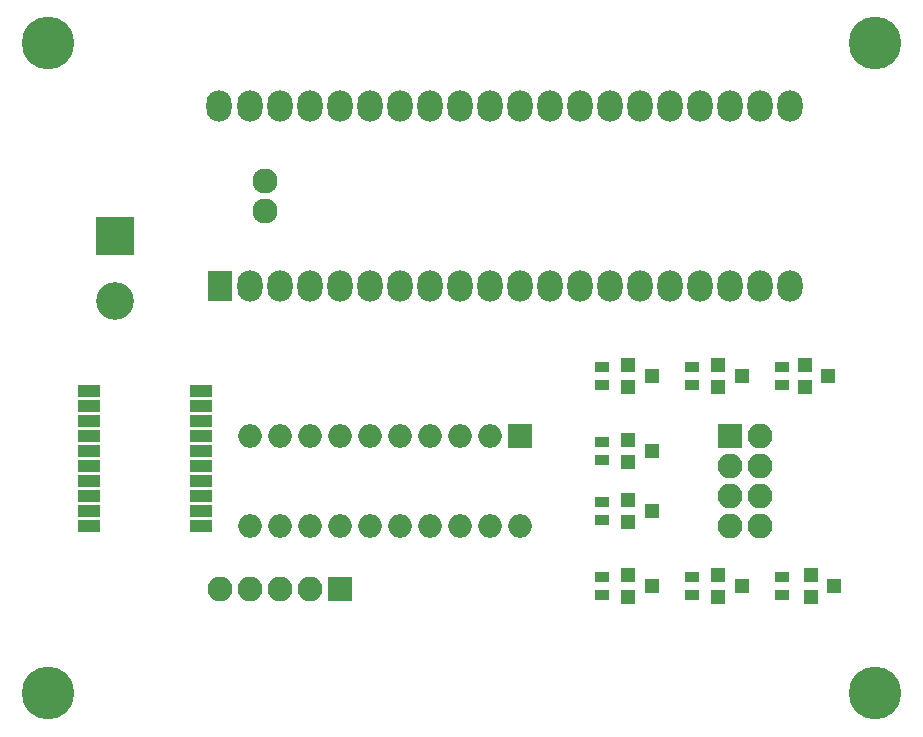
<source format=gbr>
G04 #@! TF.GenerationSoftware,KiCad,Pcbnew,5.0.0*
G04 #@! TF.CreationDate,2018-07-29T15:48:31+02:00*
G04 #@! TF.ProjectId,led_leveldriver,6C65645F6C6576656C6472697665722E,rev?*
G04 #@! TF.SameCoordinates,Original*
G04 #@! TF.FileFunction,Soldermask,Top*
G04 #@! TF.FilePolarity,Negative*
%FSLAX46Y46*%
G04 Gerber Fmt 4.6, Leading zero omitted, Abs format (unit mm)*
G04 Created by KiCad (PCBNEW 5.0.0) date Sun Jul 29 15:48:31 2018*
%MOMM*%
%LPD*%
G01*
G04 APERTURE LIST*
%ADD10C,4.464000*%
%ADD11O,2.100000X2.100000*%
%ADD12R,2.100000X2.100000*%
%ADD13R,2.127200X2.650000*%
%ADD14O,2.127200X2.650000*%
%ADD15O,2.127200X2.127200*%
%ADD16O,2.000000X2.000000*%
%ADD17R,2.000000X2.000000*%
%ADD18C,3.200000*%
%ADD19R,3.200000X3.200000*%
%ADD20R,1.300000X1.200000*%
%ADD21R,1.300000X0.900000*%
%ADD22R,1.900000X1.000000*%
G04 APERTURE END LIST*
D10*
G04 #@! TO.C,REF\002A\002A*
X181734000Y-93820000D03*
G04 #@! TD*
G04 #@! TO.C,REF\002A\002A*
X111734000Y-93820000D03*
G04 #@! TD*
G04 #@! TO.C,REF\002A\002A*
X181734000Y-38820000D03*
G04 #@! TD*
D11*
G04 #@! TO.C,Output*
X126254000Y-85024000D03*
X128794000Y-85024000D03*
X131334000Y-85024000D03*
X133874000Y-85024000D03*
D12*
X136414000Y-85024000D03*
G04 #@! TD*
D13*
G04 #@! TO.C,U2*
X126254000Y-59370000D03*
D14*
X128794000Y-59370000D03*
X131334000Y-59370000D03*
X133874000Y-59370000D03*
X136414000Y-59370000D03*
X138954000Y-59370000D03*
X141494000Y-59370000D03*
X144034000Y-59370000D03*
X146574000Y-59370000D03*
X149114000Y-59370000D03*
X151654000Y-59370000D03*
X154194000Y-59370000D03*
X156734000Y-59370000D03*
X159274000Y-59370000D03*
X161814000Y-59370000D03*
X164354000Y-59370000D03*
X166894000Y-59370000D03*
X169434000Y-59370000D03*
X171974000Y-59370000D03*
X174514000Y-59370000D03*
X174514000Y-44130000D03*
X171974000Y-44130000D03*
X169434000Y-44130000D03*
X166894000Y-44130000D03*
X164354000Y-44130000D03*
X161814000Y-44130000D03*
X159274000Y-44130000D03*
X156734000Y-44130000D03*
X154194000Y-44130000D03*
X151654000Y-44130000D03*
X149114000Y-44130000D03*
X146574000Y-44130000D03*
X144034000Y-44130000D03*
X141494000Y-44130000D03*
X138954000Y-44130000D03*
X136414000Y-44130000D03*
X133874000Y-44130000D03*
X131334000Y-44130000D03*
X128794000Y-44130000D03*
X126203200Y-44130000D03*
D15*
X130064000Y-50470000D03*
X130064000Y-53010000D03*
G04 #@! TD*
D16*
G04 #@! TO.C,IC1*
X151654000Y-79690000D03*
X128794000Y-72070000D03*
X149114000Y-79690000D03*
X131334000Y-72070000D03*
X146574000Y-79690000D03*
X133874000Y-72070000D03*
X144034000Y-79690000D03*
X136414000Y-72070000D03*
X141494000Y-79690000D03*
X138954000Y-72070000D03*
X138954000Y-79690000D03*
X141494000Y-72070000D03*
X136414000Y-79690000D03*
X144034000Y-72070000D03*
X133874000Y-79690000D03*
X146574000Y-72070000D03*
X131334000Y-79690000D03*
X149114000Y-72070000D03*
X128794000Y-79690000D03*
D17*
X151654000Y-72070000D03*
G04 #@! TD*
D18*
G04 #@! TO.C,J2*
X117364000Y-60640000D03*
D19*
X117364000Y-55140000D03*
G04 #@! TD*
D20*
G04 #@! TO.C,Q1*
X162814000Y-66990000D03*
X160814000Y-67940000D03*
X160814000Y-66040000D03*
G04 #@! TD*
G04 #@! TO.C,Q2*
X162814000Y-73340000D03*
X160814000Y-74290000D03*
X160814000Y-72390000D03*
G04 #@! TD*
G04 #@! TO.C,Q3*
X160814000Y-77470000D03*
X160814000Y-79370000D03*
X162814000Y-78420000D03*
G04 #@! TD*
G04 #@! TO.C,Q4*
X160814000Y-83820000D03*
X160814000Y-85720000D03*
X162814000Y-84770000D03*
G04 #@! TD*
G04 #@! TO.C,Q5*
X170434000Y-66990000D03*
X168434000Y-67940000D03*
X168434000Y-66040000D03*
G04 #@! TD*
G04 #@! TO.C,Q6*
X175774000Y-66040000D03*
X175774000Y-67940000D03*
X177774000Y-66990000D03*
G04 #@! TD*
G04 #@! TO.C,Q7*
X178274000Y-84770000D03*
X176274000Y-85720000D03*
X176274000Y-83820000D03*
G04 #@! TD*
G04 #@! TO.C,Q8*
X168434000Y-83820000D03*
X168434000Y-85720000D03*
X170434000Y-84770000D03*
G04 #@! TD*
D21*
G04 #@! TO.C,R3*
X158639000Y-67740000D03*
X158639000Y-66240000D03*
G04 #@! TD*
G04 #@! TO.C,R4*
X158639000Y-72590000D03*
X158639000Y-74090000D03*
G04 #@! TD*
G04 #@! TO.C,R5*
X158639000Y-79170000D03*
X158639000Y-77670000D03*
G04 #@! TD*
G04 #@! TO.C,R6*
X158639000Y-84020000D03*
X158639000Y-85520000D03*
G04 #@! TD*
G04 #@! TO.C,R8*
X166259000Y-67740000D03*
X166259000Y-66240000D03*
G04 #@! TD*
G04 #@! TO.C,R9*
X173879000Y-66240000D03*
X173879000Y-67740000D03*
G04 #@! TD*
G04 #@! TO.C,R10*
X173879000Y-85520000D03*
X173879000Y-84020000D03*
G04 #@! TD*
G04 #@! TO.C,R11*
X166259000Y-84020000D03*
X166259000Y-85520000D03*
G04 #@! TD*
D22*
G04 #@! TO.C,U3*
X124654000Y-68260000D03*
X124654000Y-69530000D03*
X124654000Y-70800000D03*
X124654000Y-72070000D03*
X124654000Y-73340000D03*
X124654000Y-74610000D03*
X124654000Y-75880000D03*
X124654000Y-77150000D03*
X124654000Y-78420000D03*
X124654000Y-79690000D03*
X115154000Y-79690000D03*
X115154000Y-78420000D03*
X115154000Y-77150000D03*
X115154000Y-75880000D03*
X115154000Y-68260000D03*
X115154000Y-69530000D03*
X115154000Y-70800000D03*
X115154000Y-72070000D03*
X115154000Y-73340000D03*
X115154000Y-74610000D03*
G04 #@! TD*
D11*
G04 #@! TO.C,J1*
X171974000Y-79690000D03*
X169434000Y-79690000D03*
X171974000Y-77150000D03*
X169434000Y-77150000D03*
X171974000Y-74610000D03*
X169434000Y-74610000D03*
X171974000Y-72070000D03*
D12*
X169434000Y-72070000D03*
G04 #@! TD*
D10*
G04 #@! TO.C,REF\002A\002A*
X111734000Y-38820000D03*
G04 #@! TD*
M02*

</source>
